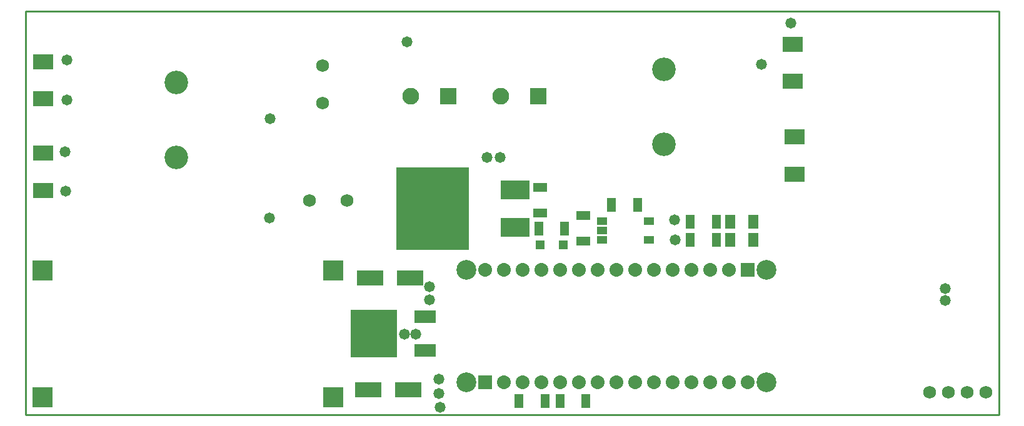
<source format=gts>
G04*
G04 #@! TF.GenerationSoftware,Altium Limited,Altium Designer,20.1.7 (139)*
G04*
G04 Layer_Color=8388736*
%FSLAX44Y44*%
%MOMM*%
G71*
G04*
G04 #@! TF.SameCoordinates,B5950D26-3139-43EA-A648-6E47058778E0*
G04*
G04*
G04 #@! TF.FilePolarity,Negative*
G04*
G01*
G75*
%ADD13C,0.2540*%
%ADD27R,1.2032X1.9032*%
%ADD28R,1.4032X1.0032*%
%ADD29R,1.9032X1.2032*%
%ADD30R,1.3032X1.1532*%
%ADD31R,1.4032X1.9032*%
%ADD32R,3.6532X2.0532*%
%ADD33R,6.3032X6.5032*%
%ADD34R,3.0032X1.7032*%
%ADD35R,9.8532X11.2032*%
%ADD36R,4.0132X2.5232*%
%ADD37C,1.7272*%
%ADD38R,1.8682X1.8682*%
%ADD39C,1.8682*%
%ADD40C,2.6782*%
%ADD41R,2.2732X2.2732*%
%ADD42C,2.2732*%
%ADD43C,3.2032*%
%ADD44R,2.7032X2.1032*%
%ADD45R,2.7032X2.7032*%
%ADD46C,1.4732*%
D13*
X254000Y869950D02*
Y1417320D01*
Y869950D02*
X1572260D01*
Y1417320D01*
X254000D02*
X1572260D01*
D27*
X1013180Y889000D02*
D03*
X978180D02*
D03*
X922580Y889000D02*
D03*
X957580D02*
D03*
X1154710Y1131570D02*
D03*
X1189710D02*
D03*
X1083030Y1154430D02*
D03*
X1048030D02*
D03*
X949250Y1122680D02*
D03*
X984250D02*
D03*
X1154710Y1107440D02*
D03*
X1189710D02*
D03*
D28*
X1035300Y1132840D02*
D03*
Y1120140D02*
D03*
Y1107440D02*
D03*
X1098300D02*
D03*
Y1132840D02*
D03*
D29*
X951230Y1143280D02*
D03*
Y1178280D02*
D03*
X1009650Y1140180D02*
D03*
Y1105180D02*
D03*
D30*
X951085Y1100590D02*
D03*
X982335D02*
D03*
D31*
X1208280Y1107440D02*
D03*
X1240280D02*
D03*
X1208280Y1131570D02*
D03*
X1240280D02*
D03*
D32*
X775030Y1055370D02*
D03*
X721030D02*
D03*
X772490Y904240D02*
D03*
X718490D02*
D03*
D33*
X725650Y980440D02*
D03*
D34*
X795650Y1003190D02*
D03*
Y957690D02*
D03*
D35*
X805180Y1149350D02*
D03*
D36*
X917180Y1123950D02*
D03*
Y1174750D02*
D03*
D37*
X1554480Y900430D02*
D03*
X1529080D02*
D03*
X1503680D02*
D03*
X1478280D02*
D03*
X656590Y1292860D02*
D03*
Y1343660D02*
D03*
X689610Y1160780D02*
D03*
X638810D02*
D03*
D38*
X876300Y914400D02*
D03*
X1231900Y1066800D02*
D03*
D39*
X901700Y914400D02*
D03*
X927100D02*
D03*
X952500D02*
D03*
X977900D02*
D03*
X1003300D02*
D03*
X1028700D02*
D03*
X1054100D02*
D03*
X1079500D02*
D03*
X1104900D02*
D03*
X1130300D02*
D03*
X1155700D02*
D03*
X1181100D02*
D03*
X1206500D02*
D03*
X1231900D02*
D03*
X1206500Y1066800D02*
D03*
X1181100D02*
D03*
X1155700D02*
D03*
X1130300D02*
D03*
X1104900D02*
D03*
X1079500D02*
D03*
X1054100D02*
D03*
X1028700D02*
D03*
X1003300D02*
D03*
X977900D02*
D03*
X952500D02*
D03*
X927100D02*
D03*
X901700D02*
D03*
X876300D02*
D03*
D40*
X850900Y914400D02*
D03*
Y1066800D02*
D03*
X1257300D02*
D03*
Y914400D02*
D03*
D41*
X826770Y1301750D02*
D03*
X948690D02*
D03*
D42*
X775970D02*
D03*
X897890D02*
D03*
D43*
X458470Y1219200D02*
D03*
Y1320200D02*
D03*
X1118870Y1337980D02*
D03*
Y1236980D02*
D03*
D44*
X1292860Y1372320D02*
D03*
Y1322070D02*
D03*
X278130Y1298490D02*
D03*
Y1348740D02*
D03*
Y1174500D02*
D03*
Y1224750D02*
D03*
X1295400Y1246590D02*
D03*
Y1196340D02*
D03*
D45*
X276860Y1065530D02*
D03*
Y894080D02*
D03*
X670560Y1065530D02*
D03*
Y894080D02*
D03*
D46*
X770890Y1375410D02*
D03*
X1250950Y1344930D02*
D03*
X1290320Y1400810D02*
D03*
X584200Y1136650D02*
D03*
X585470Y1271270D02*
D03*
X308610Y1173480D02*
D03*
X307340Y1226820D02*
D03*
X309880Y1296670D02*
D03*
Y1351280D02*
D03*
X1499870Y1024890D02*
D03*
Y1041400D02*
D03*
X801370Y1026160D02*
D03*
Y1043940D02*
D03*
X782320Y979170D02*
D03*
X767080D02*
D03*
X814070Y918210D02*
D03*
Y899160D02*
D03*
X815340Y880110D02*
D03*
X1134110Y1107440D02*
D03*
X1132840Y1134110D02*
D03*
X896620Y1219200D02*
D03*
X878840D02*
D03*
X784680Y1190350D02*
D03*
X804680D02*
D03*
X822930D02*
D03*
X841680D02*
D03*
X784680Y1167100D02*
D03*
X804680D02*
D03*
X822930D02*
D03*
X841680D02*
D03*
X784680Y1133600D02*
D03*
X804680D02*
D03*
X822930D02*
D03*
X841680D02*
D03*
X784680Y1110100D02*
D03*
X804680D02*
D03*
X822930D02*
D03*
X841680D02*
D03*
M02*

</source>
